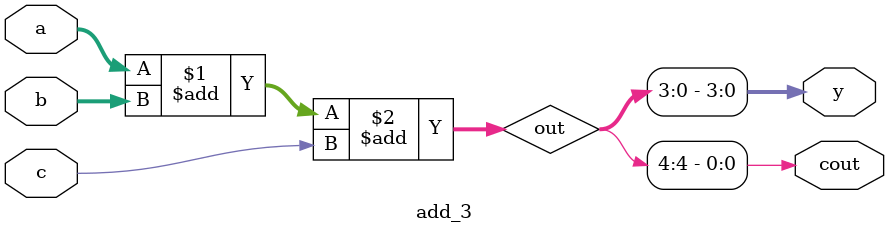
<source format=v>
module add #(
  parameter NBITS  = 4
 ) (
  input  [NBITS-1 :0] a,
  input  [NBITS-1 :0] b,
  output              cout,
  output [NBITS-1 :0] y
);

wire [NBITS:0] out;

//assign out = a + b;
//assign cout = out[NBITS];
//assign y    = out[NBITS-1:0];
DW01_add #(NBITS)
U1 (.A(a), .B(b), .CI(1'b0), .SUM(y), .CO(cout));


endmodule

module add_3 #(
  parameter NBITS  = 4
 ) (
  input  [NBITS-1 :0] a,
  input  [NBITS-1 :0] b,
  input               c,
  output              cout,
  output [NBITS-1 :0] y
);

wire [NBITS:0] out;

assign out = a + b + c;

assign cout = out[NBITS];
assign y    = out[NBITS-1:0];

endmodule

</source>
